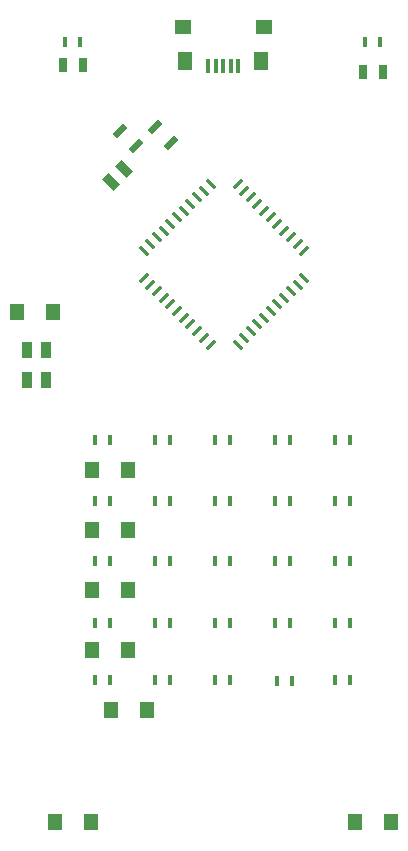
<source format=gbr>
%FSLAX23Y23*%
%MOIN*%
G04 EasyPC Gerber Version 17.0 Build 3379 *
%ADD77R,0.01352X0.03340*%
%AMT76*0 Rectangle Pad at angle 45*21,1,0.01000,0.04200,0,0,45*%
%ADD76T76*%
%ADD79R,0.01400X0.05100*%
%ADD97R,0.02600X0.05100*%
%ADD78R,0.03200X0.05300*%
%ADD95R,0.05100X0.05500*%
%ADD80R,0.05100X0.05900*%
%AMT105*0 Rectangle Pad at angle 45*21,1,0.03200,0.05300,0,0,45*%
%ADD105T105*%
%ADD81R,0.05300X0.04900*%
%AMT75*0 Rectangle Pad at angle 135*21,1,0.01000,0.04200,0,0,135*%
%ADD75T75*%
%AMT108*0 Rectangle Pad at angle 135*21,1,0.02200,0.05100,0,0,135*%
%ADD108T108*%
X0Y0D02*
D02*
D75*
X1024Y2369D03*
X1046Y2346D03*
X1069Y2324D03*
X1091Y2302D03*
X1113Y2280D03*
X1135Y2257D03*
X1158Y2235D03*
X1180Y2213D03*
X1202Y2191D03*
X1225Y2168D03*
X1247Y2146D03*
X1337Y2681D03*
X1359Y2659D03*
X1381Y2637D03*
X1403Y2614D03*
X1426Y2592D03*
X1448Y2570D03*
X1470Y2548D03*
X1493Y2525D03*
X1515Y2503D03*
X1537Y2481D03*
X1559Y2459D03*
D02*
D76*
X1024D03*
X1046Y2481D03*
X1069Y2503D03*
X1091Y2525D03*
X1113Y2548D03*
X1135Y2570D03*
X1158Y2592D03*
X1180Y2614D03*
X1202Y2637D03*
X1225Y2659D03*
X1247Y2681D03*
X1337Y2146D03*
X1359Y2168D03*
X1381Y2191D03*
X1403Y2213D03*
X1426Y2235D03*
X1448Y2257D03*
X1470Y2280D03*
X1493Y2302D03*
X1515Y2324D03*
X1537Y2346D03*
X1559Y2369D03*
D02*
D77*
X762Y3153D03*
X813D03*
X862Y1028D03*
Y1218D03*
Y1423D03*
Y1623D03*
Y1828D03*
X913Y1028D03*
Y1218D03*
Y1423D03*
Y1623D03*
Y1828D03*
X1062Y1028D03*
Y1218D03*
Y1423D03*
Y1623D03*
Y1828D03*
X1113Y1028D03*
Y1218D03*
Y1423D03*
Y1623D03*
Y1828D03*
X1262Y1028D03*
Y1218D03*
Y1423D03*
Y1623D03*
Y1828D03*
X1313Y1028D03*
Y1218D03*
Y1423D03*
Y1623D03*
Y1828D03*
X1462Y1218D03*
Y1423D03*
Y1623D03*
Y1828D03*
X1467Y1023D03*
X1513Y1218D03*
Y1423D03*
Y1623D03*
Y1828D03*
X1518Y1023D03*
X1662Y1028D03*
Y1218D03*
Y1423D03*
Y1623D03*
Y1828D03*
X1713Y1028D03*
Y1218D03*
Y1423D03*
Y1623D03*
Y1828D03*
X1762Y3153D03*
X1813D03*
D02*
D78*
X636Y2028D03*
Y2128D03*
X699Y2028D03*
Y2128D03*
D02*
D79*
X1238Y3076D03*
X1264D03*
X1289D03*
X1315D03*
X1340D03*
D02*
D80*
X1163Y3091D03*
X1415D03*
D02*
D81*
X1154Y3203D03*
X1424D03*
D02*
D95*
X603Y2253D03*
X722D03*
X728Y553D03*
X847D03*
X853Y1127D03*
Y1328D03*
Y1528D03*
Y1728D03*
X916Y928D03*
X972Y1127D03*
Y1328D03*
Y1528D03*
Y1728D03*
X1035Y928D03*
X1728Y553D03*
X1847D03*
D02*
D97*
X754Y3078D03*
X821D03*
X1754Y3053D03*
X1821D03*
D02*
D105*
X915Y2687D03*
X960Y2732D03*
D02*
D108*
X946Y2859D03*
X998Y2807D03*
X1062Y2870D03*
X1114Y2818D03*
X0Y0D02*
M02*

</source>
